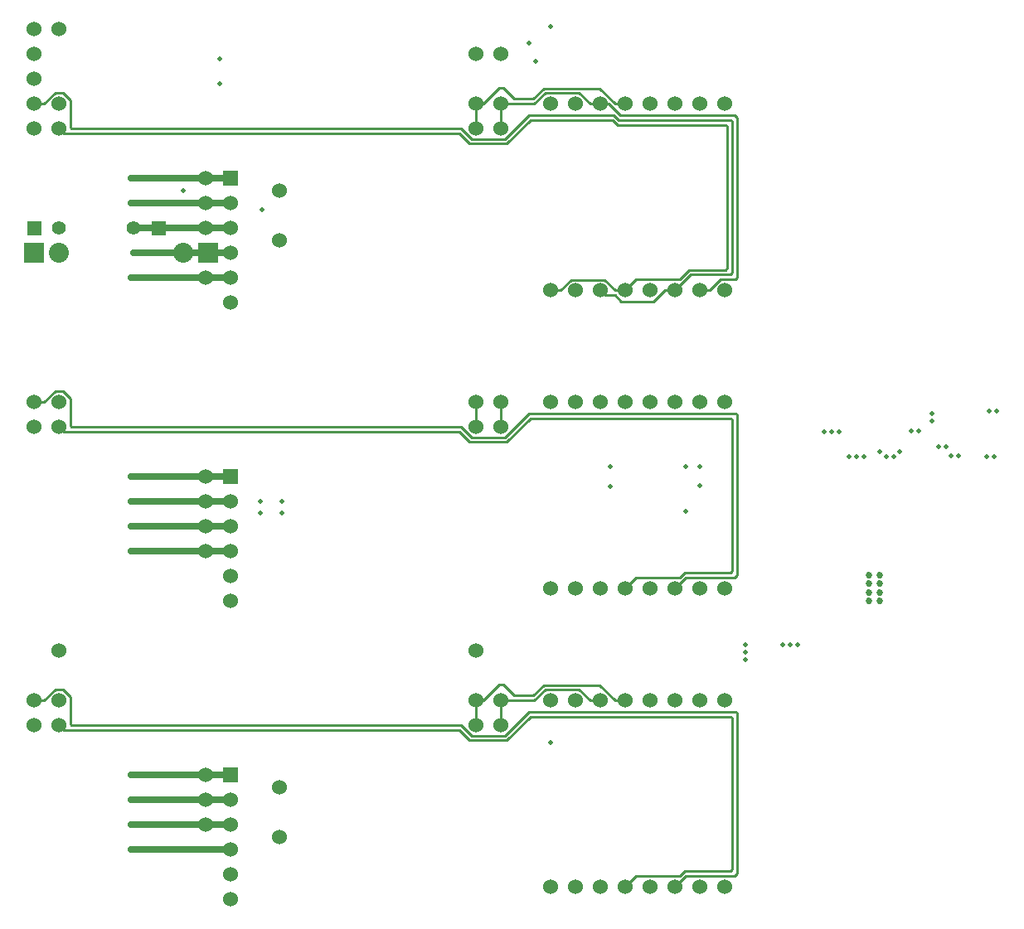
<source format=gbr>
G04 start of page 6 for group 4 idx 15 *
G04 Title: (unknown), exclude2 *
G04 Creator: pcb 4.2.0 *
G04 CreationDate: Wed Jul 29 19:42:11 2020 UTC *
G04 For: commonadmin *
G04 Format: Gerber/RS-274X *
G04 PCB-Dimensions (mil): 6000.00 7000.00 *
G04 PCB-Coordinate-Origin: lower left *
%MOIN*%
%FSLAX25Y25*%
%LNGROUP4*%
%ADD60C,0.0300*%
%ADD59C,0.0500*%
%ADD58C,0.0130*%
%ADD57C,0.0380*%
%ADD56C,0.0270*%
%ADD55C,0.0800*%
%ADD54C,0.0550*%
%ADD53C,0.0001*%
%ADD52C,0.0200*%
%ADD51C,0.0600*%
%ADD50C,0.0250*%
%ADD49C,0.0100*%
G54D49*X277500Y350000D02*X291000D01*
X277000Y356500D02*X278500D01*
X283000Y352000D01*
X290500D01*
X267500Y350000D02*X270500D01*
X277000Y356500D01*
X267500Y350000D02*Y340000D01*
X277500Y350000D02*Y340000D01*
X279250Y335750D02*X289000Y345500D01*
X261500Y340000D02*X265750Y335750D01*
X279250D01*
X261000Y338000D02*X265000Y334000D01*
X280000D01*
X289500Y343500D01*
X261500Y220000D02*X105000D01*
X104500Y220500D01*
Y231500D01*
X101500Y234500D01*
X98500D01*
X94000Y230000D01*
X90000D01*
X261000Y218000D02*X102000D01*
X100000Y220000D01*
G54D50*X169000Y200000D02*X129000D01*
Y190000D02*X169000D01*
Y180000D02*X129000D01*
X169000Y170000D02*X129000D01*
G54D49*X261500Y340000D02*X105000D01*
X104500Y340500D01*
Y351500D01*
X101500Y354500D01*
X98500D01*
X94000Y350000D01*
X90000D01*
X261000Y338000D02*X102000D01*
X100000Y340000D01*
G54D50*X169000Y320000D02*X129000D01*
X169000Y310000D02*X129000D01*
X169000Y280000D02*X129000D01*
X169000Y290000D02*X130000D01*
X169000Y300000D02*X130000D01*
G54D49*X277500Y110000D02*X291000D01*
X295500Y114500D01*
X267500Y110000D02*X270500D01*
X283000Y112000D02*X290500D01*
X277000Y116500D02*X278500D01*
X283000Y112000D01*
X290500D02*X294750Y116250D01*
X295500Y114500D02*X309000D01*
X313500Y110000D01*
X294750Y116250D02*X317250D01*
X313500Y110000D02*X317500D01*
X317250Y116250D02*X323500Y110000D01*
X327500D01*
X289000Y105500D02*X372000D01*
X289500Y103500D02*X370000D01*
X372000Y105500D02*X372500Y105000D01*
X370000Y103500D02*X370500Y103000D01*
X372500Y105000D02*Y40500D01*
X370500Y103000D02*Y42000D01*
X372500Y40500D02*X371500Y39500D01*
X370500Y42000D02*X370000Y41500D01*
X371500Y39500D02*X352000D01*
X347500Y35000D01*
X370000Y41500D02*X351500D01*
X349500Y39500D01*
X332000D01*
X327500Y35000D01*
X270500Y110000D02*X277000Y116500D01*
X267500Y110000D02*Y100000D01*
X261000Y98000D02*X265000Y94000D01*
X277500Y110000D02*Y100000D01*
X261500D02*X265750Y95750D01*
X279250D01*
X289000Y105500D01*
X265000Y94000D02*X280000D01*
X289500Y103500D01*
X261500Y100000D02*X105000D01*
X261000Y98000D02*X102000D01*
X100000Y100000D01*
X105000D02*X104500Y100500D01*
Y111500D01*
X101500Y114500D01*
X98500D01*
X94000Y110000D01*
X90000D01*
G54D50*X169000Y80000D02*X129000D01*
X169000Y70000D02*X129000D01*
X169000Y60000D02*X129000D01*
X169000Y50000D02*X129000D01*
G54D49*X291000Y350000D02*X295500Y354500D01*
X309000D01*
X313500Y350000D01*
X290500Y352000D02*X294750Y356250D01*
X317250D01*
X323500Y350000D01*
X321000D02*X325500Y345500D01*
X289000D02*X323000D01*
X322500Y343500D02*X289500D01*
X289000Y225500D02*X372000D01*
X372500Y225000D01*
Y160500D01*
X370500Y223000D02*Y162000D01*
X372500Y160500D02*X371500Y159500D01*
X370500Y162000D02*X370000Y161500D01*
X371500Y159500D02*X352000D01*
X370000Y161500D02*X351500D01*
X349500Y159500D01*
X332000D01*
X352000D02*X347500Y155000D01*
X332000Y159500D02*X327500Y155000D01*
X289500Y223500D02*X370000D01*
X370500Y223000D01*
X267500Y230000D02*Y220000D01*
X277500Y230000D02*Y220000D01*
X279250Y215750D02*X289000Y225500D01*
X280000Y214000D02*X289500Y223500D01*
X261500Y220000D02*X265750Y215750D01*
X279250D01*
X261000Y218000D02*X265000Y214000D01*
X280000D01*
X323500Y350000D02*X327500D01*
X313500D02*X321000D01*
X325500Y345500D02*X371500D01*
X372500Y344500D01*
X323000Y345500D02*X325000Y343500D01*
X370000D01*
X370500Y343000D01*
X368000Y341500D02*X324500D01*
X322500Y343500D01*
X372500Y344500D02*Y280000D01*
X370500Y343000D02*Y282000D01*
X370000Y281500D01*
X368500Y284000D02*Y341000D01*
X368000Y341500D01*
X372500Y280000D02*X372000Y279500D01*
X366000D01*
X361500Y275000D01*
X357500D01*
X370000Y281500D02*X354000D01*
X347500Y275000D02*X354000Y281500D01*
X349500Y279500D02*X353250Y283250D01*
X367750D01*
X368500Y284000D01*
X349500Y279500D02*X332000D01*
X327500Y275000D01*
X323500D01*
X347500D02*X343500D01*
X323500D02*X319250Y279250D01*
X305750D01*
X301500Y275000D01*
X297500D01*
X343500D02*X339000Y270500D01*
X326000D01*
X323500Y273000D01*
X319500D01*
X317500Y275000D01*
G54D51*X367500Y155000D03*
X307500Y230000D03*
X317500D03*
X327500D03*
X337500D03*
X347500D03*
X357500D03*
X367500D03*
G54D52*X458499Y208500D03*
X438000Y210000D03*
X461500Y208500D03*
X473000Y208000D03*
X476000D03*
X453500Y212000D03*
X456500D03*
X442500Y218500D03*
X445500D03*
X430000Y210000D03*
X432500Y208000D03*
X435500D03*
X417500D03*
X420500D03*
X423500D03*
X407500Y218000D03*
X410500D03*
X413500D03*
G54D51*X327500Y155000D03*
X337500D03*
X347500D03*
X357500D03*
X297500D03*
X307500D03*
X317500D03*
X267500Y110000D03*
X277500D03*
X267500Y100000D03*
X277500D03*
X337500Y110000D03*
X327500D03*
X317500D03*
X307500D03*
X297500D03*
X367500D03*
X357500D03*
X347500D03*
X367500Y35000D03*
X357500D03*
X347500D03*
X337500D03*
X327500D03*
X317500D03*
X307500D03*
X297500D03*
X100000Y230000D03*
Y220000D03*
X90000D03*
Y230000D03*
Y110000D03*
Y100000D03*
X100000D03*
Y110000D03*
G54D53*G36*
X166000Y83000D02*Y77000D01*
X172000D01*
Y83000D01*
X166000D01*
G37*
G54D51*X169000Y70000D03*
Y60000D03*
Y50000D03*
Y40000D03*
Y30000D03*
X188500Y75000D03*
Y55000D03*
G54D53*G36*
X166000Y203000D02*Y197000D01*
X172000D01*
Y203000D01*
X166000D01*
G37*
G54D51*X169000Y190000D03*
Y180000D03*
Y170000D03*
Y160000D03*
Y150000D03*
G54D53*G36*
X166000Y323000D02*Y317000D01*
X172000D01*
Y323000D01*
X166000D01*
G37*
G54D51*X188500Y315000D03*
X169000Y310000D03*
Y300000D03*
X188500Y295000D03*
X169000Y290000D03*
G54D53*G36*
X156000Y294000D02*Y286000D01*
X164000D01*
Y294000D01*
X156000D01*
G37*
G54D51*X169000Y280000D03*
Y270000D03*
X90000Y350000D03*
Y340000D03*
X100000D03*
Y350000D03*
G54D53*G36*
X87250Y302750D02*Y297250D01*
X92750D01*
Y302750D01*
X87250D01*
G37*
G54D54*X130000Y300000D03*
G54D55*X100000Y290000D03*
G54D54*Y300000D03*
G54D53*G36*
X86000Y294000D02*Y286000D01*
X94000D01*
Y294000D01*
X86000D01*
G37*
G54D55*X150000Y290000D03*
G54D53*G36*
X137250Y302750D02*Y297250D01*
X142750D01*
Y302750D01*
X137250D01*
G37*
G54D51*X297500Y230000D03*
X277500D03*
Y220000D03*
X267500D03*
Y230000D03*
Y350000D03*
Y340000D03*
X277500D03*
Y350000D03*
X297500D03*
Y275000D03*
X367500D03*
Y350000D03*
X357500Y275000D03*
X347500D03*
X337500D03*
X327500D03*
X317500D03*
X307500D03*
X357500Y350000D03*
X347500D03*
X337500D03*
X327500D03*
X317500D03*
X307500D03*
G54D52*X297500Y381000D03*
G54D51*X159000Y320000D03*
Y310000D03*
G54D52*X164500Y368000D03*
Y358000D03*
G54D51*X277500Y370000D03*
G54D52*X291500Y367000D03*
X289000Y374500D03*
G54D51*X267500Y370000D03*
X100000Y380000D03*
X90000Y370000D03*
Y380000D03*
Y360000D03*
G54D52*X150000Y315000D03*
X181500Y307500D03*
G54D51*X159000Y280000D03*
Y300000D03*
G54D52*X181000Y190000D03*
X189500D03*
X181000Y185500D03*
X189500D03*
G54D51*X159000Y200000D03*
Y190000D03*
Y180000D03*
Y170000D03*
X100000Y130000D03*
X159000Y80000D03*
Y70000D03*
Y60000D03*
G54D52*X321500Y196000D03*
Y204000D03*
X357500Y196500D03*
Y204000D03*
X352000Y186000D03*
Y204000D03*
X297500Y93000D03*
G54D51*X267500Y130000D03*
G54D52*X474000Y226500D03*
X477000D03*
X451000Y222500D03*
Y225500D03*
X376000Y132500D03*
X391000D03*
X394000D03*
X397000D03*
X376000Y126500D03*
Y129500D03*
G54D56*X425500Y153500D03*
Y157000D03*
Y160500D03*
Y150000D03*
X430000Y157000D03*
Y160500D03*
Y150000D03*
Y153500D03*
G54D49*G54D57*G54D49*G54D57*G54D49*G54D57*G54D49*G54D57*G54D49*G54D57*G54D49*G54D57*G54D49*G54D58*G54D57*G54D49*G54D57*G54D59*G54D57*G54D60*G54D59*G54D60*G54D59*G54D60*G54D57*M02*

</source>
